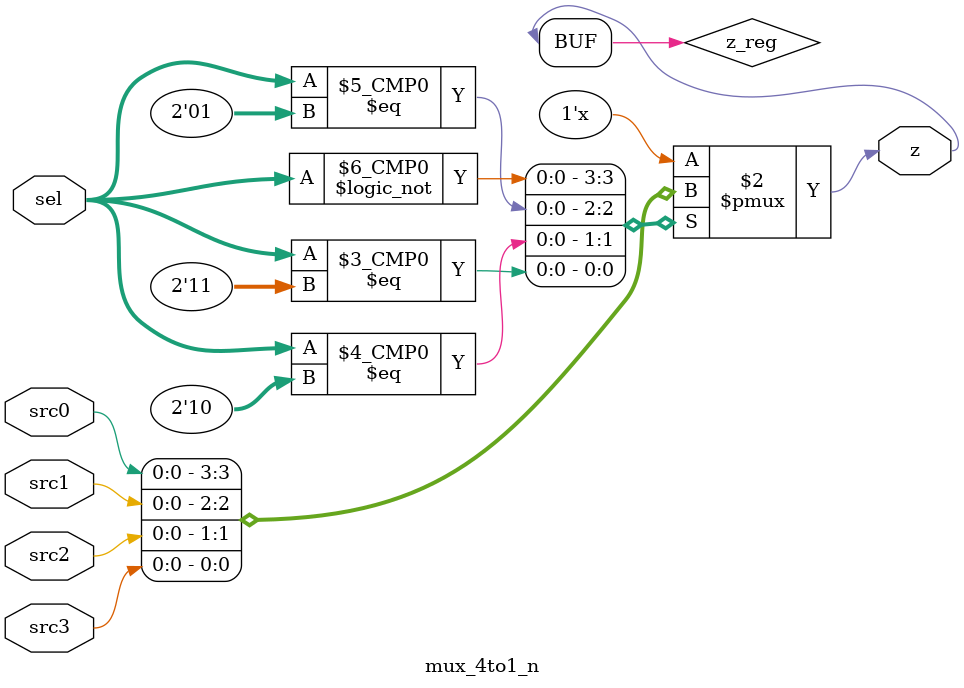
<source format=v>
module mux_4to1_n(src0, src1, src2, src3, sel, z);
	parameter n = 1;
	input [(n-1):0] src0, src1, src2, src3;
	input [1:0] sel;
	output [(n-1):0] z;
	reg [(n-1):0] z_reg;
	//assign z = (sel == 1'b0) ? src0 : src1;
	assign z = z_reg;
	always @(src0, src1, src2, src3, sel[0], sel[1])
	   begin
		case ({sel[1], sel[0]})
		2'b00 : z_reg <= src0;
		2'b01 : z_reg <= src1;
		2'b10 : z_reg <= src2;
		2'b11 : z_reg <= src3;
		//default : z = n'bx;
		endcase
	   end
endmodule


</source>
